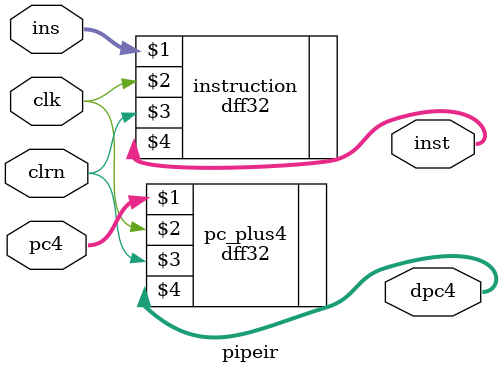
<source format=v>
`timescale 1ns / 1ps
module pipeir(pc4,ins,clk,clrn,dpc4,inst
    );
	 input [31:0] pc4,ins;
	 input clk,clrn;
	 output [31:0] dpc4,inst;
	 dff32 pc_plus4 (pc4,clk,clrn,dpc4);
	 dff32 instruction (ins,clk,clrn,inst);
endmodule

</source>
